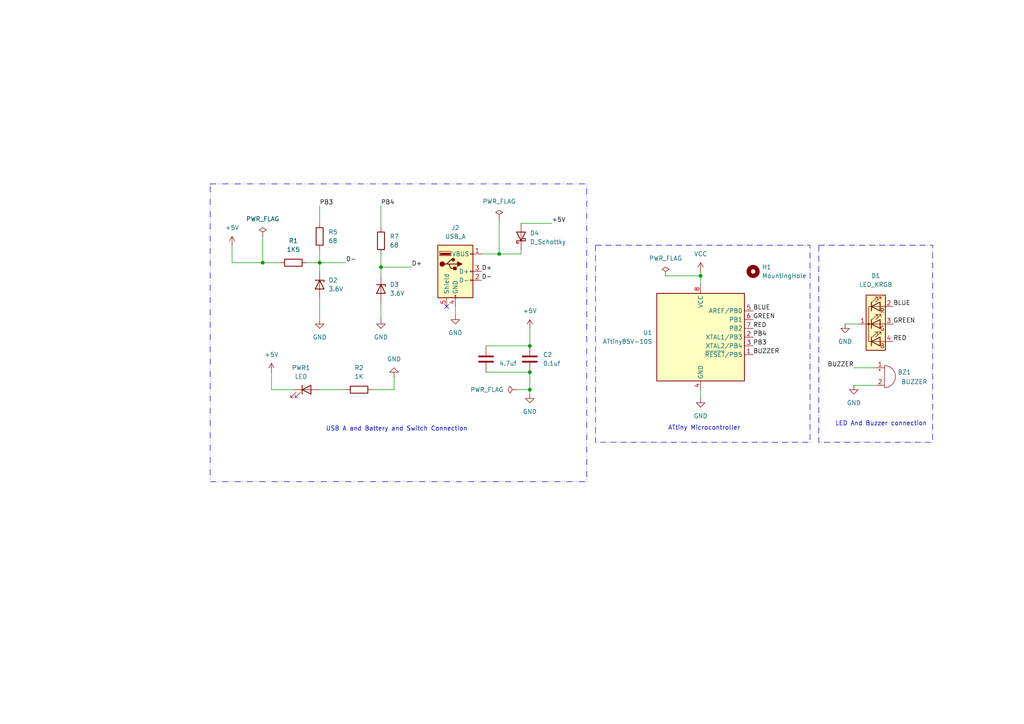
<source format=kicad_sch>
(kicad_sch (version 20231120) (generator "eeschema") (generator_version "8.0")
  (paper "A4")
  (lib_symbols
    (symbol "Connector:USB_A" (pin_names (offset 1.016))
      (property "Reference" "J" (at -5.08 11.43 0))
      (property "Value" "USB_A" (at -5.08 8.89 0))
      (symbol "USB_A_0_1"
        (rectangle (start -5.08 -7.62) (end 5.08 7.62) (stroke (width 0.254)) (fill (type background)))
        (circle (center -3.81 2.159) (radius 0.635) (stroke (width 0.254)) (fill (type outline)))
        (rectangle (start -1.524 4.826) (end -4.318 5.334) (fill (type outline)))
        (rectangle (start -1.27 4.572) (end -4.572 5.842))
        (circle (center -0.635 3.429) (radius 0.381) (stroke (width 0.254)) (fill (type outline)))
        (rectangle (start -0.127 -7.62) (end 0.127 -6.858))
        (polyline (pts (xy -3.175 2.159) (xy -2.54 2.159) (xy -1.27 3.429) (xy -0.635 3.429)) (stroke (width 0.254)))
        (polyline (pts (xy -2.54 2.159) (xy -1.905 2.159) (xy -1.27 0.889) (xy 0 0.889)) (stroke (width 0.254)))
        (polyline (pts (xy 0.635 2.794) (xy 0.635 1.524) (xy 1.905 2.159) (xy 0.635 2.794)) (stroke (width 0.254)) (fill (type outline)))
        (rectangle (start 0.254 1.27) (end -0.508 0.508) (stroke (width 0.254)) (fill (type outline)))
        (rectangle (start 5.08 -2.667) (end 4.318 -2.413))
        (rectangle (start 5.08 -0.127) (end 4.318 0.127))
        (rectangle (start 5.08 4.953) (end 4.318 5.207))
      )
      (symbol "USB_A_1_1"
        (polyline (pts (xy -1.905 2.159) (xy 0.635 2.159)) (stroke (width 0.254)))
        (pin power_in line (at 7.62 5.08 180) (length 2.54) (name "VBUS") (number "1"))
        (pin bidirectional line (at 7.62 -2.54 180) (length 2.54) (name "D-") (number "2"))
        (pin bidirectional line (at 7.62 0 180) (length 2.54) (name "D+") (number "3"))
        (pin power_in line (at 0 -10.16 90) (length 2.54) (name "GND") (number "4"))
        (pin passive line (at -2.54 -10.16 90) (length 2.54) (name "Shield") (number "5"))
      )
    )
    (symbol "Device:Buzzer" (pin_names (offset 0.0254) hide)
      (property "Reference" "BZ" (at 3.81 1.27 0))
      (property "Value" "Buzzer" (at 3.81 -1.27 0))
      (symbol "Buzzer_0_1"
        (arc (start 0 -3.175) (mid 3.1612 0) (end 0 3.175))
        (polyline (pts (xy -1.651 1.905) (xy -1.143 1.905)))
        (polyline (pts (xy -1.397 2.159) (xy -1.397 1.651)))
        (polyline (pts (xy 0 3.175) (xy 0 -3.175)))
      )
      (symbol "Buzzer_1_1"
        (pin passive line (at -2.54 2.54 0) (length 2.54) (name "+") (number "1"))
        (pin passive line (at -2.54 -2.54 0) (length 2.54) (name "-") (number "2"))
      )
    )
    (symbol "Device:C" (pin_numbers hide) (pin_names (offset 0.254))
      (property "Reference" "C" (at 0.635 2.54 0))
      (property "Value" "C" (at 0.635 -2.54 0))
      (symbol "C_0_1"
        (polyline (pts (xy -2.032 -0.762) (xy 2.032 -0.762)) (stroke (width 0.508)))
        (polyline (pts (xy -2.032 0.762) (xy 2.032 0.762)) (stroke (width 0.508)))
      )
      (symbol "C_1_1"
        (pin passive line (at 0 3.81 270) (length 2.794) (name "~") (number "1"))
        (pin passive line (at 0 -3.81 90) (length 2.794) (name "~") (number "2"))
      )
    )
    (symbol "Device:D_Schottky" (pin_numbers hide) (pin_names (offset 1.016) hide)
      (property "Reference" "D" (at 0 2.54 0))
      (property "Value" "D_Schottky" (at 0 -2.54 0))
      (symbol "D_Schottky_0_1"
        (polyline (pts (xy 1.27 0) (xy -1.27 0)))
        (polyline (pts (xy 1.27 1.27) (xy 1.27 -1.27) (xy -1.27 0) (xy 1.27 1.27)) (stroke (width 0.254)))
        (polyline (pts (xy -1.905 0.635) (xy -1.905 1.27) (xy -1.27 1.27) (xy -1.27 -1.27) (xy -0.635 -1.27) (xy -0.635 -0.635)) (stroke (width 0.254)))
      )
      (symbol "D_Schottky_1_1"
        (pin passive line (at -3.81 0 0) (length 2.54) (name "K") (number "1"))
        (pin passive line (at 3.81 0 180) (length 2.54) (name "A") (number "2"))
      )
    )
    (symbol "Device:D_Zener" (pin_numbers hide) (pin_names (offset 1.016) hide)
      (property "Reference" "D" (at 0 2.54 0))
      (property "Value" "D_Zener" (at 0 -2.54 0))
      (symbol "D_Zener_0_1"
        (polyline (pts (xy 1.27 0) (xy -1.27 0)))
        (polyline (pts (xy -1.27 -1.27) (xy -1.27 1.27) (xy -0.762 1.27)) (stroke (width 0.254)))
        (polyline (pts (xy 1.27 -1.27) (xy 1.27 1.27) (xy -1.27 0) (xy 1.27 -1.27)) (stroke (width 0.254)))
      )
      (symbol "D_Zener_1_1"
        (pin passive line (at -3.81 0 0) (length 2.54) (name "K") (number "1"))
        (pin passive line (at 3.81 0 180) (length 2.54) (name "A") (number "2"))
      )
    )
    (symbol "Device:LED" (pin_numbers hide) (pin_names (offset 1.016) hide)
      (property "Reference" "D" (at 0 2.54 0))
      (property "Value" "LED" (at 0 -2.54 0))
      (symbol "LED_0_1"
        (polyline (pts (xy -1.27 -1.27) (xy -1.27 1.27)) (stroke (width 0.254)))
        (polyline (pts (xy -1.27 0) (xy 1.27 0)))
        (polyline (pts (xy 1.27 -1.27) (xy 1.27 1.27) (xy -1.27 0) (xy 1.27 -1.27)) (stroke (width 0.254)))
        (polyline (pts (xy -3.048 -0.762) (xy -4.572 -2.286) (xy -3.81 -2.286) (xy -4.572 -2.286) (xy -4.572 -1.524)))
        (polyline (pts (xy -1.778 -0.762) (xy -3.302 -2.286) (xy -2.54 -2.286) (xy -3.302 -2.286) (xy -3.302 -1.524)))
      )
      (symbol "LED_1_1"
        (pin passive line (at -3.81 0 0) (length 2.54) (name "K") (number "1"))
        (pin passive line (at 3.81 0 180) (length 2.54) (name "A") (number "2"))
      )
    )
    (symbol "Device:LED_KRGB" (pin_names (offset 0) hide)
      (property "Reference" "D" (at 0 9.398 0))
      (property "Value" "LED_KRGB" (at 0 -8.89 0))
      (symbol "LED_KRGB_0_0"
        (text "B" (at 1.905 -6.35 0) (effects (font (size 1.27 1.27))))
        (text "G" (at 1.905 -1.27 0) (effects (font (size 1.27 1.27))))
        (text "R" (at 1.905 3.81 0) (effects (font (size 1.27 1.27))))
      )
      (symbol "LED_KRGB_0_1"
        (circle (center -2.032 0) (radius 0.254) (fill (type outline)))
        (polyline (pts (xy -1.27 -5.08) (xy 1.27 -5.08)))
        (polyline (pts (xy -1.27 -3.81) (xy -1.27 -6.35)) (stroke (width 0.254)))
        (polyline (pts (xy -1.27 0) (xy -2.54 0)))
        (polyline (pts (xy -1.27 1.27) (xy -1.27 -1.27)) (stroke (width 0.254)))
        (polyline (pts (xy -1.27 5.08) (xy 1.27 5.08)))
        (polyline (pts (xy -1.27 6.35) (xy -1.27 3.81)) (stroke (width 0.254)))
        (polyline (pts (xy 1.27 -5.08) (xy 2.54 -5.08)))
        (polyline (pts (xy 1.27 0) (xy -1.27 0)))
        (polyline (pts (xy 1.27 0) (xy 2.54 0)))
        (polyline (pts (xy 1.27 5.08) (xy 2.54 5.08)))
        (polyline (pts (xy -1.27 1.27) (xy -1.27 -1.27) (xy -1.27 -1.27)))
        (polyline (pts (xy -1.27 6.35) (xy -1.27 3.81) (xy -1.27 3.81)))
        (polyline (pts (xy -1.27 5.08) (xy -2.032 5.08) (xy -2.032 -5.08) (xy -1.016 -5.08)))
        (polyline (pts (xy 1.27 -3.81) (xy 1.27 -6.35) (xy -1.27 -5.08) (xy 1.27 -3.81)) (stroke (width 0.254)))
        (polyline (pts (xy 1.27 1.27) (xy 1.27 -1.27) (xy -1.27 0) (xy 1.27 1.27)) (stroke (width 0.254)))
        (polyline (pts (xy 1.27 6.35) (xy 1.27 3.81) (xy -1.27 5.08) (xy 1.27 6.35)) (stroke (width 0.254)))
        (polyline (pts (xy -1.016 -3.81) (xy 0.508 -2.286) (xy -0.254 -2.286) (xy 0.508 -2.286) (xy 0.508 -3.048)))
        (polyline (pts (xy -1.016 1.27) (xy 0.508 2.794) (xy -0.254 2.794) (xy 0.508 2.794) (xy 0.508 2.032)))
        (polyline (pts (xy -1.016 6.35) (xy 0.508 7.874) (xy -0.254 7.874) (xy 0.508 7.874) (xy 0.508 7.112)))
        (polyline (pts (xy 0 -3.81) (xy 1.524 -2.286) (xy 0.762 -2.286) (xy 1.524 -2.286) (xy 1.524 -3.048)))
        (polyline (pts (xy 0 1.27) (xy 1.524 2.794) (xy 0.762 2.794) (xy 1.524 2.794) (xy 1.524 2.032)))
        (polyline (pts (xy 0 6.35) (xy 1.524 7.874) (xy 0.762 7.874) (xy 1.524 7.874) (xy 1.524 7.112)))
        (rectangle (start 1.27 -1.27) (end 1.27 1.27))
        (rectangle (start 1.27 1.27) (end 1.27 1.27))
        (rectangle (start 1.27 3.81) (end 1.27 6.35))
        (rectangle (start 1.27 6.35) (end 1.27 6.35))
        (rectangle (start 2.794 8.382) (end -2.794 -7.62) (stroke (width 0.254)) (fill (type background)))
      )
      (symbol "LED_KRGB_1_1"
        (pin passive line (at -5.08 0 0) (length 2.54) (name "K") (number "1"))
        (pin passive line (at 5.08 5.08 180) (length 2.54) (name "RA") (number "2"))
        (pin passive line (at 5.08 0 180) (length 2.54) (name "GA") (number "3"))
        (pin passive line (at 5.08 -5.08 180) (length 2.54) (name "BA") (number "4"))
      )
    )
    (symbol "Device:R" (pin_numbers hide) (pin_names (offset 0))
      (property "Reference" "R" (at 2.032 0 90))
      (property "Value" "R" (at 0 0 90))
      (symbol "R_0_1"
        (rectangle (start -1.016 -2.54) (end 1.016 2.54) (stroke (width 0.254)))
      )
      (symbol "R_1_1"
        (pin passive line (at 0 3.81 270) (length 1.27) (name "~") (number "1"))
        (pin passive line (at 0 -3.81 90) (length 1.27) (name "~") (number "2"))
      )
    )
    (symbol "MCU_Microchip_ATtiny:ATtiny85V-10S"
      (property "Reference" "U" (at -12.7 13.97 0))
      (property "Value" "ATtiny85V-10S" (at 2.54 -13.97 0))
      (symbol "ATtiny85V-10S_0_1"
        (rectangle (start -12.7 -12.7) (end 12.7 12.7) (stroke (width 0.254)) (fill (type background)))
      )
      (symbol "ATtiny85V-10S_1_1"
        (pin bidirectional line (at 15.24 -5.08 180) (length 2.54) (name "~{RESET}/PB5") (number "1"))
        (pin bidirectional line (at 15.24 0 180) (length 2.54) (name "XTAL1/PB3") (number "2"))
        (pin bidirectional line (at 15.24 -2.54 180) (length 2.54) (name "XTAL2/PB4") (number "3"))
        (pin power_in line (at 0 -15.24 90) (length 2.54) (name "GND") (number "4"))
        (pin bidirectional line (at 15.24 7.62 180) (length 2.54) (name "AREF/PB0") (number "5"))
        (pin bidirectional line (at 15.24 5.08 180) (length 2.54) (name "PB1") (number "6"))
        (pin bidirectional line (at 15.24 2.54 180) (length 2.54) (name "PB2") (number "7"))
        (pin power_in line (at 0 15.24 270) (length 2.54) (name "VCC") (number "8"))
      )
    )
    (symbol "Mechanical:MountingHole" (pin_names (offset 1.016)) (exclude_from_sim yes) (in_bom no)
      (property "Reference" "H" (at 0 5.08 0))
      (property "Value" "MountingHole" (at 0 3.175 0))
      (symbol "MountingHole_0_1"
        (circle (center 0 0) (radius 1.27) (stroke (width 1.27)))
      )
    )
    (symbol "power:GND" (power) (pin_numbers hide) (pin_names (offset 0) hide)
      (property "Value" "GND" (at 0 -3.81 0))
      (symbol "GND_0_1"
        (polyline (pts (xy 0 0) (xy 0 -1.27) (xy 1.27 -1.27) (xy 0 -2.54) (xy -1.27 -1.27) (xy 0 -1.27)))
      )
      (symbol "GND_1_1"
        (pin power_in line (at 0 0 270) (length 0) (name "~") (number "1"))
      )
    )
    (symbol "power:PWR_FLAG" (power) (pin_numbers hide) (pin_names (offset 0) hide)
      (property "Value" "PWR_FLAG" (at 0 3.81 0))
      (symbol "PWR_FLAG_0_0"
        (pin power_out line (at 0 0 90) (length 0) (name "~") (number "1"))
      )
      (symbol "PWR_FLAG_0_1"
        (polyline (pts (xy 0 0) (xy 0 1.27) (xy -1.016 1.905) (xy 0 2.54) (xy 1.016 1.905) (xy 0 1.27)))
      )
    )
    (symbol "power:VCC" (power) (pin_numbers hide) (pin_names (offset 0) hide)
      (property "Value" "VCC" (at 0 3.556 0))
      (symbol "VCC_0_1"
        (polyline (pts (xy -0.762 1.27) (xy 0 2.54)))
        (polyline (pts (xy 0 0) (xy 0 2.54)))
        (polyline (pts (xy 0 2.54) (xy 0.762 1.27)))
      )
      (symbol "VCC_1_1"
        (pin power_in line (at 0 0 90) (length 0) (name "~") (number "1"))
      )
    )
  )
  (junction (at 203.2 80.01))
  (junction (at 76.2 76.2))
  (junction (at 144.78 73.66))
  (junction (at 153.67 100.33))
  (junction (at 153.67 113.03))
  (junction (at 92.71 76.2))
  (junction (at 110.49 77.47))
  (junction (at 153.67 107.95))
  (no_connect (at 129.54 88.9))
  (wire (pts (xy 203.2 80.01) (xy 203.2 82.55)))
  (wire (pts (xy 151.13 64.77) (xy 160.02 64.77)))
  (wire (pts (xy 67.31 76.2) (xy 76.2 76.2)))
  (wire (pts (xy 153.67 113.03) (xy 153.67 114.3)))
  (wire (pts (xy 67.31 71.12) (xy 67.31 76.2)))
  (wire (pts (xy 110.49 77.47) (xy 119.38 77.47)))
  (wire (pts (xy 140.97 100.33) (xy 153.67 100.33)))
  (wire (pts (xy 153.67 95.25) (xy 153.67 100.33)))
  (wire (pts (xy 149.86 113.03) (xy 153.67 113.03)))
  (wire (pts (xy 92.71 76.2) (xy 100.33 76.2)))
  (wire (pts (xy 88.9 76.2) (xy 92.71 76.2)))
  (wire (pts (xy 245.11 93.98) (xy 248.92 93.98)))
  (wire (pts (xy 78.74 113.03) (xy 85.09 113.03)))
  (wire (pts (xy 140.97 107.95) (xy 153.67 107.95)))
  (wire (pts (xy 139.7 73.66) (xy 144.78 73.66)))
  (wire (pts (xy 92.71 59.69) (xy 92.71 64.77)))
  (wire (pts (xy 151.13 73.66) (xy 151.13 72.39)))
  (wire (pts (xy 247.65 106.68) (xy 254 106.68)))
  (wire (pts (xy 92.71 113.03) (xy 100.33 113.03)))
  (wire (pts (xy 247.65 111.76) (xy 254 111.76)))
  (wire (pts (xy 92.71 86.36) (xy 92.71 92.71)))
  (wire (pts (xy 76.2 76.2) (xy 81.28 76.2)))
  (wire (pts (xy 110.49 77.47) (xy 110.49 80.01)))
  (wire (pts (xy 76.2 68.58) (xy 76.2 76.2)))
  (wire (pts (xy 144.78 73.66) (xy 151.13 73.66)))
  (wire (pts (xy 144.78 63.5) (xy 144.78 73.66)))
  (wire (pts (xy 110.49 59.69) (xy 110.49 66.04)))
  (wire (pts (xy 203.2 78.74) (xy 203.2 80.01)))
  (wire (pts (xy 110.49 87.63) (xy 110.49 92.71)))
  (wire (pts (xy 92.71 72.39) (xy 92.71 76.2)))
  (wire (pts (xy 107.95 113.03) (xy 114.3 113.03)))
  (wire (pts (xy 193.04 80.01) (xy 203.2 80.01)))
  (wire (pts (xy 114.3 109.22) (xy 114.3 113.03)))
  (wire (pts (xy 203.2 113.03) (xy 203.2 115.57)))
  (wire (pts (xy 153.67 107.95) (xy 153.67 113.03)))
  (wire (pts (xy 110.49 73.66) (xy 110.49 77.47)))
  (wire (pts (xy 132.08 88.9) (xy 132.08 91.44)))
  (wire (pts (xy 92.71 76.2) (xy 92.71 78.74)))
  (wire (pts (xy 78.74 107.95) (xy 78.74 113.03)))
  (rectangle (start 237.49 71.12) (end 270.51 128.27) (stroke (width 0) (type dash_dot)))
  (rectangle (start 172.72 71.12) (end 234.95 128.27) (stroke (width 0) (type dash_dot)))
  (rectangle (start 60.96 53.34) (end 170.18 139.7) (stroke (width 0) (type dash_dot_dot)))
  (rectangle (start 170.18 128.27) (end 170.18 128.27))
  (text "LED And Buzzer connection " (at 256.032 122.936 0) (effects (font (size 1.27 1.27))))
  (text "USB A and Battery and Switch Connection" (at 115.062 124.46 0) (effects (font (size 1.27 1.27))))
  (text "ATtiny Microcontroller " (at 204.724 124.206 0) (effects (font (size 1.27 1.27))))
  (label "PB3" (at 218.44 100.33 0))
  (label "BLUE" (at 259.08 88.9 0))
  (label "PB4" (at 218.44 97.79 0))
  (label "D+" (at 139.7 78.74 0))
  (label "BUZZER" (at 247.65 106.68 180))
  (label "BUZZER" (at 218.44 102.87 0))
  (label "RED" (at 218.44 95.25 0))
  (label "RED" (at 259.08 99.06 0))
  (label "PB3" (at 92.71 59.69 0))
  (label "+5V" (at 160.02 64.77 0))
  (label "D+" (at 119.38 77.47 0))
  (label "BLUE" (at 218.44 90.17 0))
  (label "D-" (at 100.33 76.2 0))
  (label "D-" (at 139.7 81.28 0))
  (label "PB4" (at 110.49 59.69 0))
  (label "GREEN" (at 259.08 93.98 0))
  (label "GREEN" (at 218.44 92.71 0))
  (symbol (lib_id "Device:R") (at 104.14 113.03 270) (unit 1)
    (property "Reference" "R2" (at 104.14 106.68 90))
    (property "Value" "1K" (at 104.14 109.22 90))
    (property "Footprint" "Resistor_SMD:R_0805_2012Metric" (effects (hide yes)))
    (property "Description" "Resistor" (effects (hide yes)))
  )
  (symbol (lib_id "power:GND") (at 203.2 115.57 0) (unit 1)
    (property "Reference" "#PWR03" (effects (hide yes)))
    (property "Value" "GND" (at 203.2 120.65 0))
    (property "Description" "Power symbol creates a global label with name \"GND\" , ground" (effects (hide yes)))
  )
  (symbol (lib_id "Device:LED") (at 88.9 113.03 0) (unit 1)
    (property "Reference" "PWR1" (at 87.3125 106.68 0))
    (property "Value" "LED" (at 87.3125 109.22 0))
    (property "Footprint" "LED_SMD:LED_0805_2012Metric" (effects (hide yes)))
    (property "Description" "Light emitting diode" (effects (hide yes)))
  )
  (symbol (lib_id "power:PWR_FLAG") (at 149.86 113.03 90) (unit 1)
    (property "Reference" "#FLG04" (effects (hide yes)))
    (property "Value" "PWR_FLAG" (at 146.05 113.0299 90) (effects (justify left)))
    (property "Description" "Special symbol for telling ERC where power comes from" (effects (hide yes)))
  )
  (symbol (lib_id "Device:D_Zener") (at 92.71 82.55 270) (unit 1)
    (property "Reference" "D2" (at 95.25 81.2799 90) (effects (justify left)))
    (property "Value" "3.6V" (at 95.25 83.8199 90) (effects (justify left)))
    (property "Footprint" "Diode_SMD:D_0805_2012Metric" (effects (hide yes)))
    (property "Description" "Zener diode" (effects (hide yes)))
  )
  (symbol (lib_id "power:PWR_FLAG") (at 76.2 68.58 0) (unit 1)
    (property "Reference" "#FLG01" (effects (hide yes)))
    (property "Value" "PWR_FLAG" (at 76.2 63.5 0))
    (property "Description" "Special symbol for telling ERC where power comes from" (effects (hide yes)))
  )
  (symbol (lib_id "power:GND") (at 110.49 92.71 0) (unit 1)
    (property "Reference" "#PWR011" (effects (hide yes)))
    (property "Value" "GND" (at 110.49 97.79 0))
    (property "Description" "Power symbol creates a global label with name \"GND\" , ground" (effects (hide yes)))
  )
  (symbol (lib_id "power:GND") (at 247.65 111.76 0) (unit 1)
    (property "Reference" "#PWR06" (effects (hide yes)))
    (property "Value" "GND" (at 247.65 116.84 0))
    (property "Description" "Power symbol creates a global label with name \"GND\" , ground" (effects (hide yes)))
  )
  (symbol (lib_id "Device:C") (at 140.97 104.14 0) (unit 1)
    (property "Reference" "C1" (effects (hide yes)))
    (property "Value" "4.7uf" (at 144.78 105.4099 0) (effects (justify left)))
    (property "Footprint" "Capacitor_SMD:C_Elec_3x5.4" (effects (hide yes)))
    (property "Description" "Unpolarized capacitor" (effects (hide yes)))
  )
  (symbol (lib_id "Device:R") (at 92.71 68.58 180) (unit 1)
    (property "Reference" "R5" (at 95.25 67.3099 0) (effects (justify right)))
    (property "Value" "68" (at 95.25 69.8499 0) (effects (justify right)))
    (property "Footprint" "Resistor_SMD:R_0805_2012Metric" (effects (hide yes)))
    (property "Description" "Resistor" (effects (hide yes)))
  )
  (symbol (lib_id "power:VCC") (at 67.31 71.12 0) (unit 1)
    (property "Reference" "#PWR013" (effects (hide yes)))
    (property "Value" "+5V" (at 67.31 66.04 0))
    (property "Description" "Power symbol creates a global label with name \"VCC\"" (effects (hide yes)))
  )
  (symbol (lib_id "power:GND") (at 92.71 92.71 0) (unit 1)
    (property "Reference" "#PWR012" (effects (hide yes)))
    (property "Value" "GND" (at 92.71 97.79 0))
    (property "Description" "Power symbol creates a global label with name \"GND\" , ground" (effects (hide yes)))
  )
  (symbol (lib_id "power:VCC") (at 153.67 95.25 0) (unit 1)
    (property "Reference" "#PWR01" (effects (hide yes)))
    (property "Value" "+5V" (at 153.67 90.17 0))
    (property "Description" "Power symbol creates a global label with name \"VCC\"" (effects (hide yes)))
  )
  (symbol (lib_id "Mechanical:MountingHole") (at 218.44 78.74 0) (unit 1) (exclude_from_sim yes) (in_bom no)
    (property "Reference" "H1" (at 220.98 77.4699 0) (effects (justify left)))
    (property "Value" "MountingHole" (at 220.98 80.01 0) (effects (justify left)))
    (property "Footprint" "MountingHole:MountingHole_4mm" (effects (hide yes)))
    (property "Description" "Mounting Hole without connection" (effects (hide yes)))
  )
  (symbol (lib_id "power:VCC") (at 203.2 78.74 0) (unit 1)
    (property "Reference" "#PWR05" (effects (hide yes)))
    (property "Value" "VCC" (at 203.2 73.66 0))
    (property "Description" "Power symbol creates a global label with name \"VCC\"" (effects (hide yes)))
  )
  (symbol (lib_id "Device:R") (at 85.09 76.2 90) (unit 1)
    (property "Reference" "R1" (at 85.09 69.85 90))
    (property "Value" "1K5" (at 85.09 72.39 90))
    (property "Footprint" "Resistor_SMD:R_0805_2012Metric" (effects (hide yes)))
    (property "Description" "Resistor" (effects (hide yes)))
  )
  (symbol (lib_id "power:PWR_FLAG") (at 144.78 63.5 0) (unit 1)
    (property "Reference" "#FLG03" (effects (hide yes)))
    (property "Value" "PWR_FLAG" (at 144.78 58.42 0))
    (property "Description" "Special symbol for telling ERC where power comes from" (effects (hide yes)))
  )
  (symbol (lib_id "Device:Buzzer") (at 256.54 109.22 0) (unit 1)
    (property "Reference" "BZ1" (at 260.35 107.9499 0) (effects (justify left)))
    (property "Value" "BUZZER" (at 261.366 110.744 0) (effects (justify left)))
    (property "Footprint" "Buzzer_Beeper:Buzzer_15x7.5RM7.6" (effects (hide yes)))
    (property "Description" "Buzzer, polarized" (effects (hide yes)))
  )
  (symbol (lib_id "power:GND") (at 114.3 109.22 180) (unit 1)
    (property "Reference" "#PWR010" (effects (hide yes)))
    (property "Value" "GND" (at 114.3 104.14 0))
    (property "Description" "Power symbol creates a global label with name \"GND\" , ground" (effects (hide yes)))
  )
  (symbol (lib_id "power:GND") (at 132.08 91.44 0) (unit 1)
    (property "Reference" "#PWR014" (effects (hide yes)))
    (property "Value" "GND" (at 132.08 96.52 0))
    (property "Description" "Power symbol creates a global label with name \"GND\" , ground" (effects (hide yes)))
  )
  (symbol (lib_id "Device:D_Zener") (at 110.49 83.82 270) (unit 1)
    (property "Reference" "D3" (at 113.03 82.5499 90) (effects (justify left)))
    (property "Value" "3.6V" (at 113.03 85.0899 90) (effects (justify left)))
    (property "Footprint" "Diode_SMD:D_0805_2012Metric" (effects (hide yes)))
    (property "Description" "Zener diode" (effects (hide yes)))
  )
  (symbol (lib_id "MCU_Microchip_ATtiny:ATtiny85V-10S") (at 203.2 97.79 0) (unit 1)
    (property "Reference" "U1" (at 189.23 96.5199 0) (effects (justify right)))
    (property "Value" "ATtiny85V-10S" (at 189.23 99.0599 0) (effects (justify right)))
    (property "Footprint" "Package_SO:SOIC-8W_5.3x5.3mm_P1.27mm" (effects (hide yes)))
    (property "Datasheet" "http://ww1.microchip.com/downloads/en/DeviceDoc/atmel-2586-avr-8-bit-microcontroller-attiny25-attiny45-attiny85_datasheet.pdf" (effects (hide yes)))
    (property "Description" "10MHz, 8kB Flash, 512B SRAM, 512B EEPROM, debugWIRE, SOIC-8W" (effects (hide yes)))
  )
  (symbol (lib_id "power:PWR_FLAG") (at 193.04 80.01 0) (unit 1)
    (property "Reference" "#FLG02" (effects (hide yes)))
    (property "Value" "PWR_FLAG" (at 193.04 74.93 0))
    (property "Description" "Special symbol for telling ERC where power comes from" (effects (hide yes)))
  )
  (symbol (lib_id "power:VCC") (at 78.74 107.95 0) (unit 1)
    (property "Reference" "#PWR09" (effects (hide yes)))
    (property "Value" "+5V" (at 78.74 102.87 0))
    (property "Description" "Power symbol creates a global label with name \"VCC\"" (effects (hide yes)))
  )
  (symbol (lib_id "Device:D_Schottky") (at 151.13 68.58 90) (unit 1)
    (property "Reference" "D4" (at 153.67 67.6274 90) (effects (justify right)))
    (property "Value" "D_Schottky" (at 153.67 70.1674 90) (effects (justify right)))
    (property "Footprint" "Diode_SMD:D_0805_2012Metric" (effects (hide yes)))
    (property "Description" "Schottky diode" (effects (hide yes)))
  )
  (symbol (lib_id "Device:R") (at 110.49 69.85 0) (unit 1)
    (property "Reference" "R7" (at 113.03 68.5799 0) (effects (justify left)))
    (property "Value" "68" (at 113.03 71.1199 0) (effects (justify left)))
    (property "Footprint" "Resistor_SMD:R_0805_2012Metric" (effects (hide yes)))
    (property "Description" "Resistor" (effects (hide yes)))
  )
  (symbol (lib_id "power:GND") (at 153.67 114.3 0) (unit 1)
    (property "Reference" "#PWR02" (effects (hide yes)))
    (property "Value" "GND" (at 153.67 119.38 0))
    (property "Description" "Power symbol creates a global label with name \"GND\" , ground" (effects (hide yes)))
  )
  (symbol (lib_id "Device:LED_KRGB") (at 254 93.98 0) (unit 1)
    (property "Reference" "D1" (at 254 80.01 0))
    (property "Value" "LED_KRGB" (at 254 82.55 0))
    (property "Footprint" "LED_SMD:LED_RGB_1210" (effects (hide yes)))
    (property "Description" "RGB LED, cathode/red/green/blue" (effects (hide yes)))
  )
  (symbol (lib_id "Device:C") (at 153.67 104.14 0) (unit 1)
    (property "Reference" "C2" (at 157.48 102.8699 0) (effects (justify left)))
    (property "Value" "0.1uf" (at 157.48 105.4099 0) (effects (justify left)))
    (property "Footprint" "Capacitor_SMD:C_Elec_3x5.4" (effects (hide yes)))
    (property "Description" "Unpolarized capacitor" (effects (hide yes)))
  )
  (symbol (lib_id "Connector:USB_A") (at 132.08 78.74 0) (unit 1)
    (property "Reference" "J2" (at 132.08 66.04 0))
    (property "Value" "USB_A" (at 132.08 68.58 0))
    (property "Footprint" "Connector_USB:USB_A_Molex_67643_Horizontal" (effects (hide yes)))
    (property "Description" "USB Type A connector" (effects (hide yes)))
  )
  (symbol (lib_id "power:GND") (at 245.11 93.98 0) (unit 1)
    (property "Reference" "#PWR08" (effects (hide yes)))
    (property "Value" "GND" (at 245.11 99.06 0))
    (property "Description" "Power symbol creates a global label with name \"GND\" , ground" (effects (hide yes)))
  )
)
</source>
